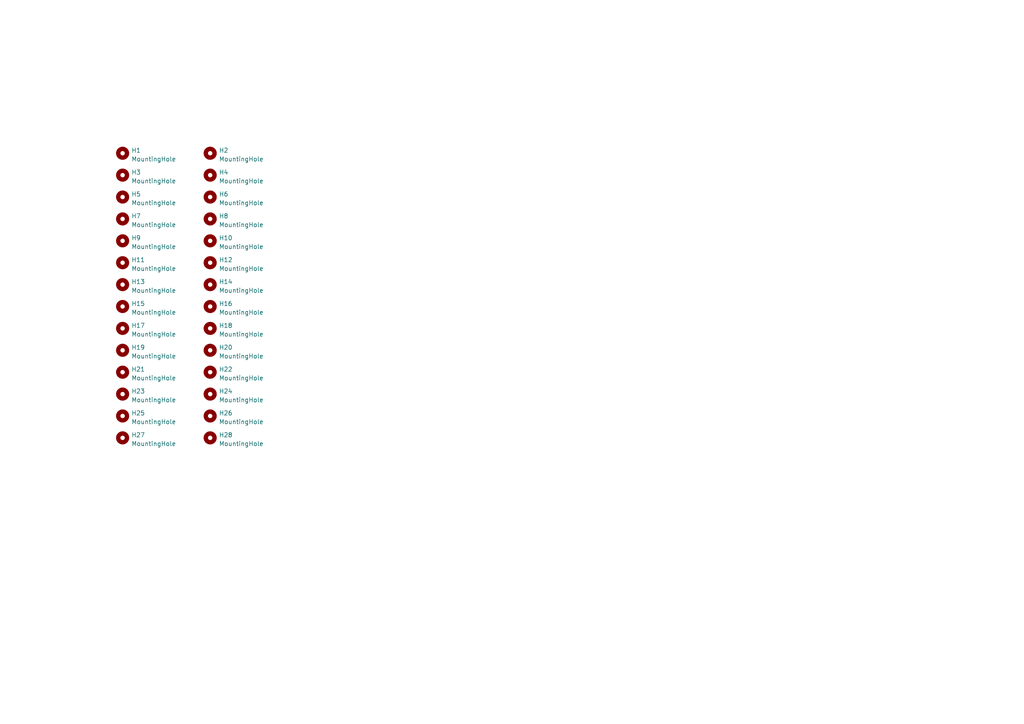
<source format=kicad_sch>
(kicad_sch (version 20230121) (generator eeschema)
  (paper "A4")
  (lib_symbols
    (symbol "Mechanical:MountingHole" (pin_names (offset 1.016))
      (property "Reference" "H" (at 0 5.08 0))
      (property "Value" "MountingHole" (at 0 3.175 0))
      (symbol "MountingHole_0_1"
        (circle (center 0 0) (radius 1.27) (stroke (width 1.27)))
      )
    )
  )
  (symbol (lib_id "Mechanical:MountingHole") (at 60.96 101.6 0) (unit 1)
    (property "Reference" "H20" (at 63.5 100.7653 0) (effects (justify left)))
    (property "Value" "MountingHole" (at 63.5 103.3022 0) (effects (justify left)))
    (property "Footprint" "cipulot_parts:HOLE_M2" (effects hide))
    (instances (project "the-nicholas-van" (path "" (reference "H20") (unit 1)) (path "" (reference "H20") (unit 1))) (project "travaulta" (path "" (reference "H13") (unit 1))) (project "EC60" (path "" (reference "H1") (unit 1))))
  )
  (symbol (lib_id "Mechanical:MountingHole") (at 35.56 127 0) (unit 1)
    (property "Reference" "H27" (at 38.1 126.1653 0) (effects (justify left)))
    (property "Value" "MountingHole" (at 38.1 128.7022 0) (effects (justify left)))
    (property "Footprint" "cipulot_parts:HOLE_M2" (effects hide))
    (instances (project "the-nicholas-van" (path "" (reference "H27") (unit 1)) (path "" (reference "H27") (unit 1))) (project "travaulta" (path "" (reference "H17") (unit 1))) (project "EC60" (path "" (reference "H1") (unit 1))))
  )
  (symbol (lib_id "Mechanical:MountingHole") (at 35.56 63.5 0) (unit 1)
    (property "Reference" "H7" (at 38.1 62.6653 0) (effects (justify left)))
    (property "Value" "MountingHole" (at 38.1 65.2022 0) (effects (justify left)))
    (property "Footprint" "cipulot_parts:HOLE_M2" (effects hide))
    (instances (project "the-nicholas-van" (path "" (reference "H7") (unit 1)) (path "" (reference "H7") (unit 1))) (project "travaulta" (path "" (reference "H4") (unit 1))) (project "EC60" (path "" (reference "H1") (unit 1))))
  )
  (symbol (lib_id "Mechanical:MountingHole") (at 35.56 120.65 0) (unit 1)
    (property "Reference" "H25" (at 38.1 119.8153 0) (effects (justify left)))
    (property "Value" "MountingHole" (at 38.1 122.3522 0) (effects (justify left)))
    (property "Footprint" "cipulot_parts:HOLE_M2" (effects hide))
    (instances (project "the-nicholas-van" (path "" (reference "H25") (unit 1)) (path "" (reference "H25") (unit 1))) (project "travaulta" (path "" (reference "H8") (unit 1))) (project "EC60" (path "" (reference "H1") (unit 1))))
  )
  (symbol (lib_id "Mechanical:MountingHole") (at 60.96 57.15 0) (unit 1)
    (property "Reference" "H6" (at 63.5 56.3153 0) (effects (justify left)))
    (property "Value" "MountingHole" (at 63.5 58.8522 0) (effects (justify left)))
    (property "Footprint" "cipulot_parts:HOLE_M2" (effects hide))
    (instances (project "the-nicholas-van" (path "" (reference "H6") (unit 1)) (path "" (reference "H6") (unit 1))) (project "travaulta" (path "" (reference "H11") (unit 1))) (project "EC60" (path "" (reference "H1") (unit 1))))
  )
  (symbol (lib_id "Mechanical:MountingHole") (at 35.56 44.45 0) (unit 1)
    (property "Reference" "H1" (at 38.1 43.6153 0) (effects (justify left)))
    (property "Value" "MountingHole" (at 38.1 46.1522 0) (effects (justify left)))
    (property "Footprint" "cipulot_parts:HOLE_M2" (effects hide))
  )
  (symbol (lib_id "Mechanical:MountingHole") (at 60.96 120.65 0) (unit 1)
    (property "Reference" "H26" (at 63.5 119.8153 0) (effects (justify left)))
    (property "Value" "MountingHole" (at 63.5 122.3522 0) (effects (justify left)))
    (property "Footprint" "cipulot_parts:HOLE_M2" (effects hide))
    (instances (project "the-nicholas-van" (path "" (reference "H26") (unit 1)) (path "" (reference "H26") (unit 1))) (project "travaulta" (path "" (reference "H16") (unit 1))) (project "EC60" (path "" (reference "H1") (unit 1))))
  )
  (symbol (lib_id "Mechanical:MountingHole") (at 60.96 76.2 0) (unit 1)
    (property "Reference" "H12" (at 63.5 75.3653 0) (effects (justify left)))
    (property "Value" "MountingHole" (at 63.5 77.9022 0) (effects (justify left)))
    (property "Footprint" "cipulot_parts:HOLE_M2" (effects hide))
    (instances (project "the-nicholas-van" (path "" (reference "H12") (unit 1)) (path "" (reference "H12") (unit 1))) (project "travaulta" (path "" (reference "H14") (unit 1))) (project "EC60" (path "" (reference "H1") (unit 1))))
  )
  (symbol (lib_id "Mechanical:MountingHole") (at 35.56 82.55 0) (unit 1)
    (property "Reference" "H13" (at 38.1 81.7153 0) (effects (justify left)))
    (property "Value" "MountingHole" (at 38.1 84.2522 0) (effects (justify left)))
    (property "Footprint" "cipulot_parts:HOLE_M2" (effects hide))
    (instances (project "the-nicholas-van" (path "" (reference "H13") (unit 1)) (path "" (reference "H13") (unit 1))) (project "travaulta" (path "" (reference "H7") (unit 1))) (project "EC60" (path "" (reference "H1") (unit 1))))
  )
  (symbol (lib_id "Mechanical:MountingHole") (at 60.96 95.25 0) (unit 1)
    (property "Reference" "H18" (at 63.5 94.4153 0) (effects (justify left)))
    (property "Value" "MountingHole" (at 63.5 96.9522 0) (effects (justify left)))
    (property "Footprint" "cipulot_parts:HOLE_M2" (effects hide))
    (instances (project "the-nicholas-van" (path "" (reference "H18") (unit 1)) (path "" (reference "H18") (unit 1))) (project "travaulta" (path "" (reference "H17") (unit 1))) (project "EC60" (path "" (reference "H1") (unit 1))))
  )
  (symbol (lib_id "Mechanical:MountingHole") (at 60.96 127 0) (unit 1)
    (property "Reference" "H28" (at 63.5 126.1653 0) (effects (justify left)))
    (property "Value" "MountingHole" (at 63.5 128.7022 0) (effects (justify left)))
    (property "Footprint" "cipulot_parts:HOLE_M2" (effects hide))
    (instances (project "the-nicholas-van" (path "" (reference "H28") (unit 1)) (path "" (reference "H28") (unit 1))) (project "travaulta" (path "" (reference "H17") (unit 1))) (project "EC60" (path "" (reference "H1") (unit 1))))
  )
  (symbol (lib_id "Mechanical:MountingHole") (at 60.96 50.8 0) (unit 1)
    (property "Reference" "H4" (at 63.5 49.9653 0) (effects (justify left)))
    (property "Value" "MountingHole" (at 63.5 52.5022 0) (effects (justify left)))
    (property "Footprint" "cipulot_parts:HOLE_M2" (effects hide))
    (instances (project "the-nicholas-van" (path "" (reference "H4") (unit 1)) (path "" (reference "H4") (unit 1))) (project "travaulta" (path "" (reference "H10") (unit 1))) (project "EC60" (path "" (reference "H1") (unit 1))))
  )
  (symbol (lib_id "Mechanical:MountingHole") (at 60.96 69.85 0) (unit 1)
    (property "Reference" "H10" (at 63.5 69.0153 0) (effects (justify left)))
    (property "Value" "MountingHole" (at 63.5 71.5522 0) (effects (justify left)))
    (property "Footprint" "cipulot_parts:HOLE_M2" (effects hide))
    (instances (project "the-nicholas-van" (path "" (reference "H10") (unit 1)) (path "" (reference "H10") (unit 1))) (project "travaulta" (path "" (reference "H13") (unit 1))) (project "EC60" (path "" (reference "H1") (unit 1))))
  )
  (symbol (lib_id "Mechanical:MountingHole") (at 35.56 76.2 0) (unit 1)
    (property "Reference" "H11" (at 38.1 75.3653 0) (effects (justify left)))
    (property "Value" "MountingHole" (at 38.1 77.9022 0) (effects (justify left)))
    (property "Footprint" "cipulot_parts:HOLE_M2" (effects hide))
    (instances (project "the-nicholas-van" (path "" (reference "H11") (unit 1)) (path "" (reference "H11") (unit 1))) (project "travaulta" (path "" (reference "H6") (unit 1))) (project "EC60" (path "" (reference "H1") (unit 1))))
  )
  (symbol (lib_id "Mechanical:MountingHole") (at 35.56 95.25 0) (unit 1)
    (property "Reference" "H17" (at 38.1 94.4153 0) (effects (justify left)))
    (property "Value" "MountingHole" (at 38.1 96.9522 0) (effects (justify left)))
    (property "Footprint" "cipulot_parts:HOLE_M2" (effects hide))
    (instances (project "the-nicholas-van" (path "" (reference "H17") (unit 1)) (path "" (reference "H17") (unit 1))) (project "travaulta" (path "" (reference "H17") (unit 1))) (project "EC60" (path "" (reference "H1") (unit 1))))
  )
  (symbol (lib_id "Mechanical:MountingHole") (at 60.96 63.5 0) (unit 1)
    (property "Reference" "H8" (at 63.5 62.6653 0) (effects (justify left)))
    (property "Value" "MountingHole" (at 63.5 65.2022 0) (effects (justify left)))
    (property "Footprint" "cipulot_parts:HOLE_M2" (effects hide))
    (instances (project "the-nicholas-van" (path "" (reference "H8") (unit 1)) (path "" (reference "H8") (unit 1))) (project "travaulta" (path "" (reference "H12") (unit 1))) (project "EC60" (path "" (reference "H1") (unit 1))))
  )
  (symbol (lib_id "Mechanical:MountingHole") (at 60.96 114.3 0) (unit 1)
    (property "Reference" "H24" (at 63.5 113.4653 0) (effects (justify left)))
    (property "Value" "MountingHole" (at 63.5 116.0022 0) (effects (justify left)))
    (property "Footprint" "cipulot_parts:HOLE_M2" (effects hide))
    (instances (project "the-nicholas-van" (path "" (reference "H24") (unit 1)) (path "" (reference "H24") (unit 1))) (project "travaulta" (path "" (reference "H15") (unit 1))) (project "EC60" (path "" (reference "H1") (unit 1))))
  )
  (symbol (lib_id "Mechanical:MountingHole") (at 60.96 82.55 0) (unit 1)
    (property "Reference" "H14" (at 63.5 81.7153 0) (effects (justify left)))
    (property "Value" "MountingHole" (at 63.5 84.2522 0) (effects (justify left)))
    (property "Footprint" "cipulot_parts:HOLE_M2" (effects hide))
    (instances (project "the-nicholas-van" (path "" (reference "H14") (unit 1)) (path "" (reference "H14") (unit 1))) (project "travaulta" (path "" (reference "H15") (unit 1))) (project "EC60" (path "" (reference "H1") (unit 1))))
  )
  (symbol (lib_id "Mechanical:MountingHole") (at 35.56 57.15 0) (unit 1)
    (property "Reference" "H5" (at 38.1 56.3153 0) (effects (justify left)))
    (property "Value" "MountingHole" (at 38.1 58.8522 0) (effects (justify left)))
    (property "Footprint" "cipulot_parts:HOLE_M2" (effects hide))
    (instances (project "the-nicholas-van" (path "" (reference "H5") (unit 1)) (path "" (reference "H5") (unit 1))) (project "travaulta" (path "" (reference "H3") (unit 1))) (project "EC60" (path "" (reference "H1") (unit 1))))
  )
  (symbol (lib_id "Mechanical:MountingHole") (at 60.96 88.9 0) (unit 1)
    (property "Reference" "H16" (at 63.5 88.0653 0) (effects (justify left)))
    (property "Value" "MountingHole" (at 63.5 90.6022 0) (effects (justify left)))
    (property "Footprint" "cipulot_parts:HOLE_M2" (effects hide))
    (instances (project "the-nicholas-van" (path "" (reference "H16") (unit 1)) (path "" (reference "H16") (unit 1))) (project "travaulta" (path "" (reference "H16") (unit 1))) (project "EC60" (path "" (reference "H1") (unit 1))))
  )
  (symbol (lib_id "Mechanical:MountingHole") (at 35.56 50.8 0) (unit 1)
    (property "Reference" "H3" (at 38.1 49.9653 0) (effects (justify left)))
    (property "Value" "MountingHole" (at 38.1 52.5022 0) (effects (justify left)))
    (property "Footprint" "cipulot_parts:HOLE_M2" (effects hide))
    (instances (project "the-nicholas-van" (path "" (reference "H3") (unit 1)) (path "" (reference "H3") (unit 1))) (project "travaulta" (path "" (reference "H2") (unit 1))) (project "EC60" (path "" (reference "H1") (unit 1))))
  )
  (symbol (lib_id "Mechanical:MountingHole") (at 35.56 88.9 0) (unit 1)
    (property "Reference" "H15" (at 38.1 88.0653 0) (effects (justify left)))
    (property "Value" "MountingHole" (at 38.1 90.6022 0) (effects (justify left)))
    (property "Footprint" "cipulot_parts:HOLE_M2" (effects hide))
    (instances (project "the-nicholas-van" (path "" (reference "H15") (unit 1)) (path "" (reference "H15") (unit 1))) (project "travaulta" (path "" (reference "H8") (unit 1))) (project "EC60" (path "" (reference "H1") (unit 1))))
  )
  (symbol (lib_id "Mechanical:MountingHole") (at 35.56 69.85 0) (unit 1)
    (property "Reference" "H9" (at 38.1 69.0153 0) (effects (justify left)))
    (property "Value" "MountingHole" (at 38.1 71.5522 0) (effects (justify left)))
    (property "Footprint" "cipulot_parts:HOLE_M2" (effects hide))
    (instances (project "the-nicholas-van" (path "" (reference "H9") (unit 1)) (path "" (reference "H9") (unit 1))) (project "travaulta" (path "" (reference "H5") (unit 1))) (project "EC60" (path "" (reference "H1") (unit 1))))
  )
  (symbol (lib_id "Mechanical:MountingHole") (at 60.96 44.45 0) (unit 1)
    (property "Reference" "H2" (at 63.5 43.6153 0) (effects (justify left)))
    (property "Value" "MountingHole" (at 63.5 46.1522 0) (effects (justify left)))
    (property "Footprint" "cipulot_parts:HOLE_M2" (effects hide))
    (instances (project "the-nicholas-van" (path "" (reference "H2") (unit 1)) (path "" (reference "H2") (unit 1))) (project "travaulta" (path "" (reference "H9") (unit 1))) (project "EC60" (path "" (reference "H1") (unit 1))))
  )
  (symbol (lib_id "Mechanical:MountingHole") (at 35.56 114.3 0) (unit 1)
    (property "Reference" "H23" (at 38.1 113.4653 0) (effects (justify left)))
    (property "Value" "MountingHole" (at 38.1 116.0022 0) (effects (justify left)))
    (property "Footprint" "cipulot_parts:HOLE_M2" (effects hide))
    (instances (project "the-nicholas-van" (path "" (reference "H23") (unit 1)) (path "" (reference "H23") (unit 1))) (project "travaulta" (path "" (reference "H7") (unit 1))) (project "EC60" (path "" (reference "H1") (unit 1))))
  )
  (symbol (lib_id "Mechanical:MountingHole") (at 60.96 107.95 0) (unit 1)
    (property "Reference" "H22" (at 63.5 107.1153 0) (effects (justify left)))
    (property "Value" "MountingHole" (at 63.5 109.6522 0) (effects (justify left)))
    (property "Footprint" "cipulot_parts:HOLE_M2" (effects hide))
    (instances (project "the-nicholas-van" (path "" (reference "H22") (unit 1)) (path "" (reference "H22") (unit 1))) (project "travaulta" (path "" (reference "H14") (unit 1))) (project "EC60" (path "" (reference "H1") (unit 1))))
  )
  (symbol (lib_id "Mechanical:MountingHole") (at 35.56 107.95 0) (unit 1)
    (property "Reference" "H21" (at 38.1 107.1153 0) (effects (justify left)))
    (property "Value" "MountingHole" (at 38.1 109.6522 0) (effects (justify left)))
    (property "Footprint" "cipulot_parts:HOLE_M2" (effects hide))
    (instances (project "the-nicholas-van" (path "" (reference "H21") (unit 1)) (path "" (reference "H21") (unit 1))) (project "travaulta" (path "" (reference "H6") (unit 1))) (project "EC60" (path "" (reference "H1") (unit 1))))
  )
  (symbol (lib_id "Mechanical:MountingHole") (at 35.56 101.6 0) (unit 1)
    (property "Reference" "H19" (at 38.1 100.7653 0) (effects (justify left)))
    (property "Value" "MountingHole" (at 38.1 103.3022 0) (effects (justify left)))
    (property "Footprint" "cipulot_parts:HOLE_M2" (effects hide))
    (instances (project "the-nicholas-van" (path "" (reference "H19") (unit 1)) (path "" (reference "H19") (unit 1))) (project "travaulta" (path "" (reference "H5") (unit 1))) (project "EC60" (path "" (reference "H1") (unit 1))))
  )
)
</source>
